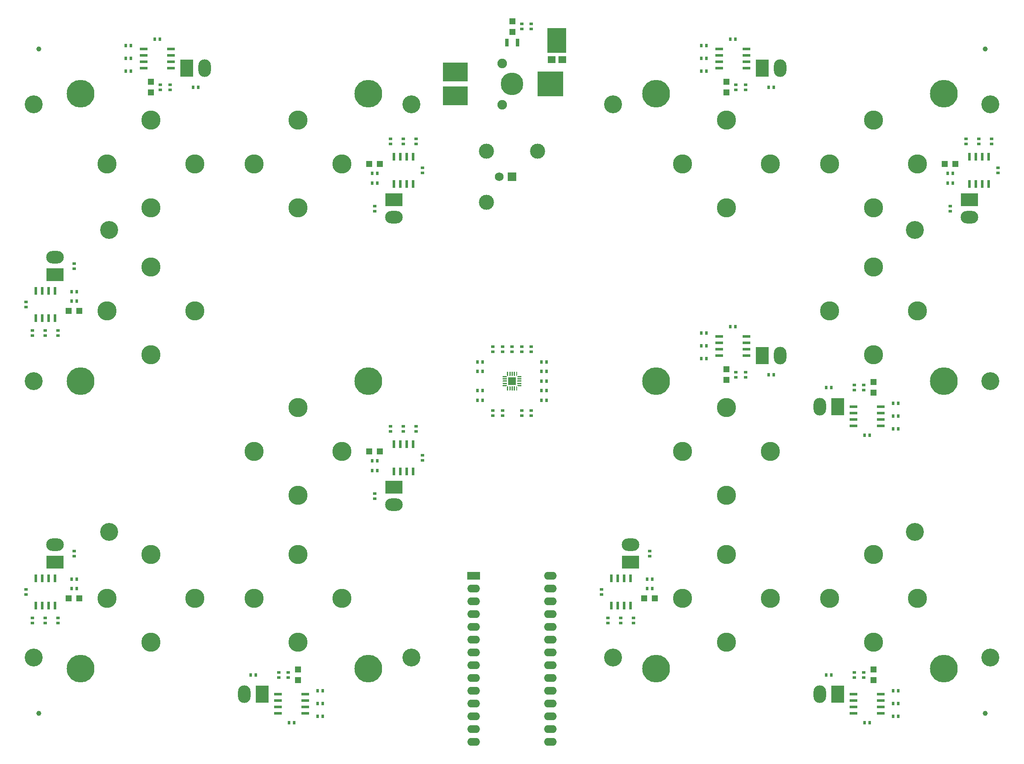
<source format=gts>
%TF.GenerationSoftware,KiCad,Pcbnew,5.1.10-88a1d61d58~88~ubuntu20.10.1*%
%TF.CreationDate,2021-06-17T10:47:31-04:00*%
%TF.ProjectId,lickport_array_module,6c69636b-706f-4727-945f-61727261795f,1.0*%
%TF.SameCoordinates,Original*%
%TF.FileFunction,Soldermask,Top*%
%TF.FilePolarity,Negative*%
%FSLAX46Y46*%
G04 Gerber Fmt 4.6, Leading zero omitted, Abs format (unit mm)*
G04 Created by KiCad (PCBNEW 5.1.10-88a1d61d58~88~ubuntu20.10.1) date 2021-06-17 10:47:31*
%MOMM*%
%LPD*%
G01*
G04 APERTURE LIST*
%ADD10R,5.000000X3.750000*%
%ADD11R,5.200000X5.000000*%
%ADD12C,1.900000*%
%ADD13C,4.500000*%
%ADD14C,3.810000*%
%ADD15O,2.540000X1.524000*%
%ADD16R,2.540000X1.524000*%
%ADD17C,3.000000*%
%ADD18C,1.750000*%
%ADD19R,1.750000X1.750000*%
%ADD20O,3.500000X2.500000*%
%ADD21R,3.500000X2.500000*%
%ADD22O,2.500000X3.500000*%
%ADD23R,2.500000X3.500000*%
%ADD24R,0.787400X1.600200*%
%ADD25R,0.600000X0.700000*%
%ADD26R,0.700000X0.600000*%
%ADD27R,3.800000X4.960000*%
%ADD28R,1.600000X1.440000*%
%ADD29C,1.000000*%
%ADD30R,1.193800X1.193800*%
%ADD31C,3.556000*%
%ADD32C,5.511800*%
%ADD33C,0.100000*%
%ADD34R,1.600000X1.600000*%
%ADD35R,0.599440X1.549400*%
%ADD36R,1.549400X0.599440*%
G04 APERTURE END LIST*
D10*
%TO.C,P1*%
X128400000Y-32220000D03*
X128400000Y-27470000D03*
D11*
X147300000Y-29845000D03*
D12*
X137700000Y-33945000D03*
X137700000Y-25745000D03*
D13*
X139700000Y-29845000D03*
%TD*%
D14*
%TO.C,S1*%
X67945000Y-83658809D03*
X59216191Y-74930000D03*
X67945000Y-66201191D03*
X76673809Y-74930000D03*
%TD*%
%TO.C,S2*%
X59216191Y-45720000D03*
X67945000Y-36991191D03*
X76673809Y-45720000D03*
X67945000Y-54448809D03*
%TD*%
%TO.C,S3*%
X97155000Y-36991191D03*
X105883809Y-45720000D03*
X97155000Y-54448809D03*
X88426191Y-45720000D03*
%TD*%
%TO.C,S4*%
X173516191Y-45720000D03*
X182245000Y-36991191D03*
X190973809Y-45720000D03*
X182245000Y-54448809D03*
%TD*%
%TO.C,S5*%
X211455000Y-36991191D03*
X220183809Y-45720000D03*
X211455000Y-54448809D03*
X202726191Y-45720000D03*
%TD*%
%TO.C,S6*%
X220183809Y-74930000D03*
X211455000Y-83658809D03*
X202726191Y-74930000D03*
X211455000Y-66201191D03*
%TD*%
%TO.C,S7*%
X220183809Y-132080000D03*
X211455000Y-140808809D03*
X202726191Y-132080000D03*
X211455000Y-123351191D03*
%TD*%
%TO.C,S8*%
X173516191Y-102870000D03*
X182245000Y-94141191D03*
X190973809Y-102870000D03*
X182245000Y-111598809D03*
%TD*%
%TO.C,S9*%
X182245000Y-140808809D03*
X173516191Y-132080000D03*
X182245000Y-123351191D03*
X190973809Y-132080000D03*
%TD*%
%TO.C,S10*%
X105883809Y-132080000D03*
X97155000Y-140808809D03*
X88426191Y-132080000D03*
X97155000Y-123351191D03*
%TD*%
%TO.C,S11*%
X67945000Y-140808809D03*
X59216191Y-132080000D03*
X67945000Y-123351191D03*
X76673809Y-132080000D03*
%TD*%
%TO.C,S12*%
X97155000Y-94141191D03*
X105883809Y-102870000D03*
X97155000Y-111598809D03*
X88426191Y-102870000D03*
%TD*%
D15*
%TO.C,TEENSY1*%
X147320000Y-127635000D03*
X147320000Y-130175000D03*
X147320000Y-132715000D03*
X147320000Y-135255000D03*
X147320000Y-137795000D03*
X147320000Y-140335000D03*
X147320000Y-142875000D03*
X147320000Y-145415000D03*
X147320000Y-147955000D03*
X147320000Y-150495000D03*
X147320000Y-153035000D03*
X147320000Y-155575000D03*
X147320000Y-158115000D03*
X147320000Y-160655000D03*
X132080000Y-160655000D03*
X132080000Y-158115000D03*
X132080000Y-155575000D03*
X132080000Y-153035000D03*
X132080000Y-150495000D03*
X132080000Y-147955000D03*
X132080000Y-145415000D03*
X132080000Y-142875000D03*
X132080000Y-140335000D03*
X132080000Y-137795000D03*
X132080000Y-135255000D03*
X132080000Y-132715000D03*
X132080000Y-130175000D03*
D16*
X132080000Y-127635000D03*
%TD*%
D17*
%TO.C,P2*%
X134620000Y-53340000D03*
D18*
X137160000Y-48260000D03*
D19*
X139700000Y-48260000D03*
D17*
X144780000Y-43180000D03*
X134620000Y-43180000D03*
%TD*%
D20*
%TO.C,T1*%
X48895000Y-64290000D03*
D21*
X48895000Y-67790000D03*
%TD*%
D22*
%TO.C,T2*%
X78585000Y-26670000D03*
D23*
X75085000Y-26670000D03*
%TD*%
D20*
%TO.C,T3*%
X116205000Y-56360000D03*
D21*
X116205000Y-52860000D03*
%TD*%
D22*
%TO.C,T4*%
X192885000Y-26670000D03*
D23*
X189385000Y-26670000D03*
%TD*%
D20*
%TO.C,T5*%
X230505000Y-56360000D03*
D21*
X230505000Y-52860000D03*
%TD*%
D22*
%TO.C,T6*%
X200815000Y-93980000D03*
D23*
X204315000Y-93980000D03*
%TD*%
D22*
%TO.C,T7*%
X200815000Y-151130000D03*
D23*
X204315000Y-151130000D03*
%TD*%
D22*
%TO.C,T8*%
X192885000Y-83820000D03*
D23*
X189385000Y-83820000D03*
%TD*%
D20*
%TO.C,T9*%
X163195000Y-121440000D03*
D21*
X163195000Y-124940000D03*
%TD*%
D22*
%TO.C,T10*%
X86515000Y-151130000D03*
D23*
X90015000Y-151130000D03*
%TD*%
D20*
%TO.C,T11*%
X48895000Y-121440000D03*
D21*
X48895000Y-124940000D03*
%TD*%
D20*
%TO.C,T12*%
X116205000Y-113510000D03*
D21*
X116205000Y-110010000D03*
%TD*%
D24*
%TO.C,C1*%
X140741400Y-21590000D03*
X138658600Y-21590000D03*
%TD*%
D25*
%TO.C,C2*%
X133850000Y-90805000D03*
X132850000Y-90805000D03*
%TD*%
%TO.C,C3*%
X133850000Y-92710000D03*
X132850000Y-92710000D03*
%TD*%
D26*
%TO.C,C4*%
X43180000Y-74160000D03*
X43180000Y-73160000D03*
%TD*%
%TO.C,C5*%
X46990000Y-79875000D03*
X46990000Y-78875000D03*
%TD*%
D25*
%TO.C,C6*%
X69715000Y-20955000D03*
X68715000Y-20955000D03*
%TD*%
%TO.C,C7*%
X63000000Y-24765000D03*
X64000000Y-24765000D03*
%TD*%
D26*
%TO.C,C8*%
X121920000Y-47490000D03*
X121920000Y-46490000D03*
%TD*%
%TO.C,C9*%
X118110000Y-40775000D03*
X118110000Y-41775000D03*
%TD*%
D25*
%TO.C,C10*%
X183015000Y-20955000D03*
X184015000Y-20955000D03*
%TD*%
%TO.C,C11*%
X178300000Y-24765000D03*
X177300000Y-24765000D03*
%TD*%
D26*
%TO.C,C12*%
X236220000Y-46490000D03*
X236220000Y-47490000D03*
%TD*%
%TO.C,C13*%
X232410000Y-41775000D03*
X232410000Y-40775000D03*
%TD*%
D25*
%TO.C,C14*%
X209685000Y-99695000D03*
X210685000Y-99695000D03*
%TD*%
%TO.C,C15*%
X216400000Y-95885000D03*
X215400000Y-95885000D03*
%TD*%
%TO.C,C16*%
X210685000Y-156845000D03*
X209685000Y-156845000D03*
%TD*%
%TO.C,C17*%
X215400000Y-153035000D03*
X216400000Y-153035000D03*
%TD*%
%TO.C,C18*%
X184015000Y-78105000D03*
X183015000Y-78105000D03*
%TD*%
%TO.C,C19*%
X178300000Y-81915000D03*
X177300000Y-81915000D03*
%TD*%
D26*
%TO.C,C20*%
X157480000Y-131310000D03*
X157480000Y-130310000D03*
%TD*%
%TO.C,C21*%
X161290000Y-136025000D03*
X161290000Y-137025000D03*
%TD*%
D25*
%TO.C,C22*%
X95385000Y-156845000D03*
X96385000Y-156845000D03*
%TD*%
%TO.C,C23*%
X101100000Y-153035000D03*
X102100000Y-153035000D03*
%TD*%
D26*
%TO.C,C24*%
X43180000Y-131310000D03*
X43180000Y-130310000D03*
%TD*%
%TO.C,C25*%
X46990000Y-136025000D03*
X46990000Y-137025000D03*
%TD*%
%TO.C,C26*%
X121920000Y-104640000D03*
X121920000Y-103640000D03*
%TD*%
%TO.C,C27*%
X118110000Y-98925000D03*
X118110000Y-97925000D03*
%TD*%
D27*
%TO.C,D1*%
X148590000Y-21205000D03*
D28*
X149655000Y-25005000D03*
X147525000Y-25005000D03*
%TD*%
D26*
%TO.C,D2*%
X143510000Y-17915000D03*
X143510000Y-18915000D03*
%TD*%
%TO.C,D3*%
X52705000Y-65540000D03*
X52705000Y-66540000D03*
%TD*%
D25*
%TO.C,D4*%
X52205000Y-71120000D03*
X53205000Y-71120000D03*
%TD*%
%TO.C,D5*%
X76335000Y-30480000D03*
X77335000Y-30480000D03*
%TD*%
D26*
%TO.C,D6*%
X71755000Y-30980000D03*
X71755000Y-29980000D03*
%TD*%
%TO.C,D7*%
X112395000Y-55110000D03*
X112395000Y-54110000D03*
%TD*%
D25*
%TO.C,D8*%
X111895000Y-49530000D03*
X112895000Y-49530000D03*
%TD*%
%TO.C,D9*%
X191635000Y-30480000D03*
X190635000Y-30480000D03*
%TD*%
D26*
%TO.C,D10*%
X186055000Y-29980000D03*
X186055000Y-30980000D03*
%TD*%
%TO.C,D11*%
X226695000Y-55110000D03*
X226695000Y-54110000D03*
%TD*%
D25*
%TO.C,D12*%
X226195000Y-49530000D03*
X227195000Y-49530000D03*
%TD*%
%TO.C,D13*%
X203065000Y-90170000D03*
X202065000Y-90170000D03*
%TD*%
D26*
%TO.C,D14*%
X207645000Y-90670000D03*
X207645000Y-89670000D03*
%TD*%
D25*
%TO.C,D15*%
X202065000Y-147320000D03*
X203065000Y-147320000D03*
%TD*%
D26*
%TO.C,D16*%
X207645000Y-146820000D03*
X207645000Y-147820000D03*
%TD*%
D25*
%TO.C,D17*%
X190635000Y-87630000D03*
X191635000Y-87630000D03*
%TD*%
D26*
%TO.C,D18*%
X186055000Y-87130000D03*
X186055000Y-88130000D03*
%TD*%
%TO.C,D19*%
X167005000Y-123690000D03*
X167005000Y-122690000D03*
%TD*%
D25*
%TO.C,D20*%
X166505000Y-128270000D03*
X167505000Y-128270000D03*
%TD*%
%TO.C,D21*%
X88765000Y-147320000D03*
X87765000Y-147320000D03*
%TD*%
D26*
%TO.C,D22*%
X93345000Y-146820000D03*
X93345000Y-147820000D03*
%TD*%
%TO.C,D23*%
X52705000Y-122690000D03*
X52705000Y-123690000D03*
%TD*%
D25*
%TO.C,D24*%
X53205000Y-128270000D03*
X52205000Y-128270000D03*
%TD*%
D26*
%TO.C,D25*%
X112395000Y-112260000D03*
X112395000Y-111260000D03*
%TD*%
D25*
%TO.C,D26*%
X111895000Y-106680000D03*
X112895000Y-106680000D03*
%TD*%
D29*
%TO.C,FID1*%
X45720000Y-22860000D03*
%TD*%
%TO.C,FID2*%
X233680000Y-22860000D03*
%TD*%
%TO.C,FID3*%
X233680000Y-154940000D03*
%TD*%
%TO.C,FID4*%
X45720000Y-154940000D03*
%TD*%
D30*
%TO.C,L1*%
X139779000Y-19469100D03*
X139779000Y-17360900D03*
%TD*%
%TO.C,L2*%
X51650900Y-74930000D03*
X53759100Y-74930000D03*
%TD*%
%TO.C,L3*%
X67945000Y-29425900D03*
X67945000Y-31534100D03*
%TD*%
%TO.C,L4*%
X111340900Y-45720000D03*
X113449100Y-45720000D03*
%TD*%
%TO.C,L5*%
X182245000Y-29425900D03*
X182245000Y-31534100D03*
%TD*%
%TO.C,L6*%
X225640900Y-45720000D03*
X227749100Y-45720000D03*
%TD*%
%TO.C,L7*%
X211455000Y-89115900D03*
X211455000Y-91224100D03*
%TD*%
%TO.C,L8*%
X211455000Y-146265900D03*
X211455000Y-148374100D03*
%TD*%
%TO.C,L9*%
X182245000Y-86575900D03*
X182245000Y-88684100D03*
%TD*%
%TO.C,L10*%
X168059100Y-132080000D03*
X165950900Y-132080000D03*
%TD*%
%TO.C,L11*%
X97155000Y-146265900D03*
X97155000Y-148374100D03*
%TD*%
%TO.C,L12*%
X51650900Y-132080000D03*
X53759100Y-132080000D03*
%TD*%
%TO.C,L13*%
X113449100Y-102870000D03*
X111340900Y-102870000D03*
%TD*%
D31*
%TO.C,MH1*%
X44700000Y-33900000D03*
%TD*%
%TO.C,MH2*%
X119700000Y-33900000D03*
%TD*%
%TO.C,MH3*%
X159700000Y-33900000D03*
%TD*%
%TO.C,MH4*%
X234700000Y-33900000D03*
%TD*%
%TO.C,MH5*%
X219700000Y-58900000D03*
%TD*%
%TO.C,MH6*%
X234700000Y-88900000D03*
%TD*%
%TO.C,MH7*%
X219700000Y-118900000D03*
%TD*%
%TO.C,MH8*%
X234700000Y-143900000D03*
%TD*%
%TO.C,MH9*%
X159700000Y-143900000D03*
%TD*%
%TO.C,MH10*%
X119700000Y-143900000D03*
%TD*%
%TO.C,MH11*%
X44700000Y-143900000D03*
%TD*%
%TO.C,MH12*%
X59700000Y-118900000D03*
%TD*%
%TO.C,MH13*%
X44700000Y-88900000D03*
%TD*%
%TO.C,MH14*%
X59700000Y-58900000D03*
%TD*%
D32*
%TO.C,P3*%
X53975000Y-88900000D03*
%TD*%
%TO.C,P4*%
X53975000Y-31750000D03*
%TD*%
%TO.C,P5*%
X111125000Y-31750000D03*
%TD*%
%TO.C,P6*%
X168275000Y-31750000D03*
%TD*%
%TO.C,P7*%
X225425000Y-31750000D03*
%TD*%
%TO.C,P8*%
X225425000Y-88900000D03*
%TD*%
%TO.C,P9*%
X225425000Y-146050000D03*
%TD*%
%TO.C,P10*%
X168275000Y-88900000D03*
%TD*%
%TO.C,P11*%
X168275000Y-146050000D03*
%TD*%
%TO.C,P12*%
X111125000Y-146050000D03*
%TD*%
%TO.C,P13*%
X53975000Y-146050000D03*
%TD*%
%TO.C,P14*%
X111125000Y-88900000D03*
%TD*%
D26*
%TO.C,R1*%
X141605000Y-18915000D03*
X141605000Y-17915000D03*
%TD*%
%TO.C,R2*%
X135890000Y-95750000D03*
X135890000Y-94750000D03*
%TD*%
%TO.C,R3*%
X141605000Y-94750000D03*
X141605000Y-95750000D03*
%TD*%
%TO.C,R4*%
X143510000Y-95750000D03*
X143510000Y-94750000D03*
%TD*%
%TO.C,R5*%
X137795000Y-95750000D03*
X137795000Y-94750000D03*
%TD*%
%TO.C,R6*%
X44450000Y-79875000D03*
X44450000Y-78875000D03*
%TD*%
%TO.C,R7*%
X49530000Y-79875000D03*
X49530000Y-78875000D03*
%TD*%
D25*
%TO.C,R8*%
X52205000Y-73025000D03*
X53205000Y-73025000D03*
%TD*%
%TO.C,R9*%
X133850000Y-86995000D03*
X132850000Y-86995000D03*
%TD*%
%TO.C,R10*%
X64000000Y-22225000D03*
X63000000Y-22225000D03*
%TD*%
%TO.C,R11*%
X64000000Y-27305000D03*
X63000000Y-27305000D03*
%TD*%
D26*
%TO.C,R12*%
X69850000Y-30980000D03*
X69850000Y-29980000D03*
%TD*%
D25*
%TO.C,R13*%
X132850000Y-85090000D03*
X133850000Y-85090000D03*
%TD*%
D26*
%TO.C,R14*%
X120650000Y-41775000D03*
X120650000Y-40775000D03*
%TD*%
%TO.C,R15*%
X115570000Y-41775000D03*
X115570000Y-40775000D03*
%TD*%
D25*
%TO.C,R16*%
X111895000Y-47625000D03*
X112895000Y-47625000D03*
%TD*%
D26*
%TO.C,R17*%
X135890000Y-82050000D03*
X135890000Y-83050000D03*
%TD*%
D25*
%TO.C,R18*%
X177300000Y-22225000D03*
X178300000Y-22225000D03*
%TD*%
%TO.C,R19*%
X177300000Y-27305000D03*
X178300000Y-27305000D03*
%TD*%
D26*
%TO.C,R20*%
X184150000Y-29980000D03*
X184150000Y-30980000D03*
%TD*%
%TO.C,R21*%
X137795000Y-82050000D03*
X137795000Y-83050000D03*
%TD*%
%TO.C,R22*%
X234950000Y-40775000D03*
X234950000Y-41775000D03*
%TD*%
%TO.C,R23*%
X229870000Y-40775000D03*
X229870000Y-41775000D03*
%TD*%
D25*
%TO.C,R24*%
X227195000Y-47625000D03*
X226195000Y-47625000D03*
%TD*%
D26*
%TO.C,R25*%
X139700000Y-82050000D03*
X139700000Y-83050000D03*
%TD*%
D25*
%TO.C,R26*%
X216400000Y-98425000D03*
X215400000Y-98425000D03*
%TD*%
%TO.C,R27*%
X216400000Y-93345000D03*
X215400000Y-93345000D03*
%TD*%
D26*
%TO.C,R28*%
X209550000Y-90670000D03*
X209550000Y-89670000D03*
%TD*%
%TO.C,R29*%
X141605000Y-82050000D03*
X141605000Y-83050000D03*
%TD*%
D25*
%TO.C,R30*%
X216400000Y-155575000D03*
X215400000Y-155575000D03*
%TD*%
%TO.C,R31*%
X216400000Y-150495000D03*
X215400000Y-150495000D03*
%TD*%
D26*
%TO.C,R32*%
X209550000Y-147820000D03*
X209550000Y-146820000D03*
%TD*%
%TO.C,R33*%
X143510000Y-82050000D03*
X143510000Y-83050000D03*
%TD*%
D25*
%TO.C,R34*%
X177300000Y-79375000D03*
X178300000Y-79375000D03*
%TD*%
%TO.C,R35*%
X177300000Y-84455000D03*
X178300000Y-84455000D03*
%TD*%
D26*
%TO.C,R36*%
X184150000Y-88130000D03*
X184150000Y-87130000D03*
%TD*%
D25*
%TO.C,R37*%
X145550000Y-85090000D03*
X146550000Y-85090000D03*
%TD*%
D26*
%TO.C,R38*%
X158750000Y-137025000D03*
X158750000Y-136025000D03*
%TD*%
%TO.C,R39*%
X163830000Y-137025000D03*
X163830000Y-136025000D03*
%TD*%
D25*
%TO.C,R40*%
X167505000Y-130175000D03*
X166505000Y-130175000D03*
%TD*%
%TO.C,R41*%
X145550000Y-86995000D03*
X146550000Y-86995000D03*
%TD*%
%TO.C,R42*%
X102100000Y-155575000D03*
X101100000Y-155575000D03*
%TD*%
%TO.C,R43*%
X101100000Y-150495000D03*
X102100000Y-150495000D03*
%TD*%
D26*
%TO.C,R44*%
X95250000Y-147820000D03*
X95250000Y-146820000D03*
%TD*%
D25*
%TO.C,R45*%
X146550000Y-88900000D03*
X145550000Y-88900000D03*
%TD*%
D26*
%TO.C,R46*%
X44450000Y-136025000D03*
X44450000Y-137025000D03*
%TD*%
%TO.C,R47*%
X49530000Y-136025000D03*
X49530000Y-137025000D03*
%TD*%
D25*
%TO.C,R48*%
X53205000Y-130175000D03*
X52205000Y-130175000D03*
%TD*%
%TO.C,R49*%
X146550000Y-90805000D03*
X145550000Y-90805000D03*
%TD*%
D26*
%TO.C,R50*%
X120650000Y-97925000D03*
X120650000Y-98925000D03*
%TD*%
%TO.C,R51*%
X115570000Y-98925000D03*
X115570000Y-97925000D03*
%TD*%
D25*
%TO.C,R52*%
X111895000Y-104775000D03*
X112895000Y-104775000D03*
%TD*%
%TO.C,R53*%
X146550000Y-92710000D03*
X145550000Y-92710000D03*
%TD*%
D33*
%TO.C,U1*%
G36*
X140724039Y-87714044D02*
G01*
X140721194Y-87723423D01*
X140716573Y-87732068D01*
X140710355Y-87739644D01*
X140589644Y-87860355D01*
X140582068Y-87866573D01*
X140573423Y-87871194D01*
X140564044Y-87874039D01*
X140554289Y-87875000D01*
X140525000Y-87875000D01*
X140515245Y-87874039D01*
X140505866Y-87871194D01*
X140497221Y-87866573D01*
X140489645Y-87860355D01*
X140483427Y-87852779D01*
X140478806Y-87844134D01*
X140475961Y-87834755D01*
X140475000Y-87825000D01*
X140475000Y-87075000D01*
X140475961Y-87065245D01*
X140478806Y-87055866D01*
X140483427Y-87047221D01*
X140489645Y-87039645D01*
X140497221Y-87033427D01*
X140505866Y-87028806D01*
X140515245Y-87025961D01*
X140525000Y-87025000D01*
X140675000Y-87025000D01*
X140684755Y-87025961D01*
X140694134Y-87028806D01*
X140702779Y-87033427D01*
X140710355Y-87039645D01*
X140716573Y-87047221D01*
X140721194Y-87055866D01*
X140724039Y-87065245D01*
X140725000Y-87075000D01*
X140725000Y-87704289D01*
X140724039Y-87714044D01*
G37*
G36*
G01*
X140087500Y-87025000D02*
X140212500Y-87025000D01*
G75*
G02*
X140275000Y-87087500I0J-62500D01*
G01*
X140275000Y-87812500D01*
G75*
G02*
X140212500Y-87875000I-62500J0D01*
G01*
X140087500Y-87875000D01*
G75*
G02*
X140025000Y-87812500I0J62500D01*
G01*
X140025000Y-87087500D01*
G75*
G02*
X140087500Y-87025000I62500J0D01*
G01*
G37*
G36*
G01*
X139637500Y-87025000D02*
X139762500Y-87025000D01*
G75*
G02*
X139825000Y-87087500I0J-62500D01*
G01*
X139825000Y-87812500D01*
G75*
G02*
X139762500Y-87875000I-62500J0D01*
G01*
X139637500Y-87875000D01*
G75*
G02*
X139575000Y-87812500I0J62500D01*
G01*
X139575000Y-87087500D01*
G75*
G02*
X139637500Y-87025000I62500J0D01*
G01*
G37*
G36*
G01*
X139187500Y-87025000D02*
X139312500Y-87025000D01*
G75*
G02*
X139375000Y-87087500I0J-62500D01*
G01*
X139375000Y-87812500D01*
G75*
G02*
X139312500Y-87875000I-62500J0D01*
G01*
X139187500Y-87875000D01*
G75*
G02*
X139125000Y-87812500I0J62500D01*
G01*
X139125000Y-87087500D01*
G75*
G02*
X139187500Y-87025000I62500J0D01*
G01*
G37*
G36*
X138924039Y-87834755D02*
G01*
X138921194Y-87844134D01*
X138916573Y-87852779D01*
X138910355Y-87860355D01*
X138902779Y-87866573D01*
X138894134Y-87871194D01*
X138884755Y-87874039D01*
X138875000Y-87875000D01*
X138845711Y-87875000D01*
X138835956Y-87874039D01*
X138826577Y-87871194D01*
X138817932Y-87866573D01*
X138810356Y-87860355D01*
X138689645Y-87739644D01*
X138683427Y-87732068D01*
X138678806Y-87723423D01*
X138675961Y-87714044D01*
X138675000Y-87704289D01*
X138675000Y-87075000D01*
X138675961Y-87065245D01*
X138678806Y-87055866D01*
X138683427Y-87047221D01*
X138689645Y-87039645D01*
X138697221Y-87033427D01*
X138705866Y-87028806D01*
X138715245Y-87025961D01*
X138725000Y-87025000D01*
X138875000Y-87025000D01*
X138884755Y-87025961D01*
X138894134Y-87028806D01*
X138902779Y-87033427D01*
X138910355Y-87039645D01*
X138916573Y-87047221D01*
X138921194Y-87055866D01*
X138924039Y-87065245D01*
X138925000Y-87075000D01*
X138925000Y-87825000D01*
X138924039Y-87834755D01*
G37*
G36*
X138674039Y-88084755D02*
G01*
X138671194Y-88094134D01*
X138666573Y-88102779D01*
X138660355Y-88110355D01*
X138652779Y-88116573D01*
X138644134Y-88121194D01*
X138634755Y-88124039D01*
X138625000Y-88125000D01*
X137875000Y-88125000D01*
X137865245Y-88124039D01*
X137855866Y-88121194D01*
X137847221Y-88116573D01*
X137839645Y-88110355D01*
X137833427Y-88102779D01*
X137828806Y-88094134D01*
X137825961Y-88084755D01*
X137825000Y-88075000D01*
X137825000Y-87925000D01*
X137825961Y-87915245D01*
X137828806Y-87905866D01*
X137833427Y-87897221D01*
X137839645Y-87889645D01*
X137847221Y-87883427D01*
X137855866Y-87878806D01*
X137865245Y-87875961D01*
X137875000Y-87875000D01*
X138504289Y-87875000D01*
X138514044Y-87875961D01*
X138523423Y-87878806D01*
X138532068Y-87883427D01*
X138539644Y-87889645D01*
X138660355Y-88010356D01*
X138666573Y-88017932D01*
X138671194Y-88026577D01*
X138674039Y-88035956D01*
X138675000Y-88045711D01*
X138675000Y-88075000D01*
X138674039Y-88084755D01*
G37*
G36*
G01*
X137887500Y-88325000D02*
X138612500Y-88325000D01*
G75*
G02*
X138675000Y-88387500I0J-62500D01*
G01*
X138675000Y-88512500D01*
G75*
G02*
X138612500Y-88575000I-62500J0D01*
G01*
X137887500Y-88575000D01*
G75*
G02*
X137825000Y-88512500I0J62500D01*
G01*
X137825000Y-88387500D01*
G75*
G02*
X137887500Y-88325000I62500J0D01*
G01*
G37*
G36*
G01*
X137887500Y-88775000D02*
X138612500Y-88775000D01*
G75*
G02*
X138675000Y-88837500I0J-62500D01*
G01*
X138675000Y-88962500D01*
G75*
G02*
X138612500Y-89025000I-62500J0D01*
G01*
X137887500Y-89025000D01*
G75*
G02*
X137825000Y-88962500I0J62500D01*
G01*
X137825000Y-88837500D01*
G75*
G02*
X137887500Y-88775000I62500J0D01*
G01*
G37*
G36*
G01*
X137887500Y-89225000D02*
X138612500Y-89225000D01*
G75*
G02*
X138675000Y-89287500I0J-62500D01*
G01*
X138675000Y-89412500D01*
G75*
G02*
X138612500Y-89475000I-62500J0D01*
G01*
X137887500Y-89475000D01*
G75*
G02*
X137825000Y-89412500I0J62500D01*
G01*
X137825000Y-89287500D01*
G75*
G02*
X137887500Y-89225000I62500J0D01*
G01*
G37*
G36*
X138674039Y-89764044D02*
G01*
X138671194Y-89773423D01*
X138666573Y-89782068D01*
X138660355Y-89789644D01*
X138539644Y-89910355D01*
X138532068Y-89916573D01*
X138523423Y-89921194D01*
X138514044Y-89924039D01*
X138504289Y-89925000D01*
X137875000Y-89925000D01*
X137865245Y-89924039D01*
X137855866Y-89921194D01*
X137847221Y-89916573D01*
X137839645Y-89910355D01*
X137833427Y-89902779D01*
X137828806Y-89894134D01*
X137825961Y-89884755D01*
X137825000Y-89875000D01*
X137825000Y-89725000D01*
X137825961Y-89715245D01*
X137828806Y-89705866D01*
X137833427Y-89697221D01*
X137839645Y-89689645D01*
X137847221Y-89683427D01*
X137855866Y-89678806D01*
X137865245Y-89675961D01*
X137875000Y-89675000D01*
X138625000Y-89675000D01*
X138634755Y-89675961D01*
X138644134Y-89678806D01*
X138652779Y-89683427D01*
X138660355Y-89689645D01*
X138666573Y-89697221D01*
X138671194Y-89705866D01*
X138674039Y-89715245D01*
X138675000Y-89725000D01*
X138675000Y-89754289D01*
X138674039Y-89764044D01*
G37*
G36*
X138924039Y-90734755D02*
G01*
X138921194Y-90744134D01*
X138916573Y-90752779D01*
X138910355Y-90760355D01*
X138902779Y-90766573D01*
X138894134Y-90771194D01*
X138884755Y-90774039D01*
X138875000Y-90775000D01*
X138725000Y-90775000D01*
X138715245Y-90774039D01*
X138705866Y-90771194D01*
X138697221Y-90766573D01*
X138689645Y-90760355D01*
X138683427Y-90752779D01*
X138678806Y-90744134D01*
X138675961Y-90734755D01*
X138675000Y-90725000D01*
X138675000Y-90095711D01*
X138675961Y-90085956D01*
X138678806Y-90076577D01*
X138683427Y-90067932D01*
X138689645Y-90060356D01*
X138810356Y-89939645D01*
X138817932Y-89933427D01*
X138826577Y-89928806D01*
X138835956Y-89925961D01*
X138845711Y-89925000D01*
X138875000Y-89925000D01*
X138884755Y-89925961D01*
X138894134Y-89928806D01*
X138902779Y-89933427D01*
X138910355Y-89939645D01*
X138916573Y-89947221D01*
X138921194Y-89955866D01*
X138924039Y-89965245D01*
X138925000Y-89975000D01*
X138925000Y-90725000D01*
X138924039Y-90734755D01*
G37*
G36*
G01*
X139187500Y-89925000D02*
X139312500Y-89925000D01*
G75*
G02*
X139375000Y-89987500I0J-62500D01*
G01*
X139375000Y-90712500D01*
G75*
G02*
X139312500Y-90775000I-62500J0D01*
G01*
X139187500Y-90775000D01*
G75*
G02*
X139125000Y-90712500I0J62500D01*
G01*
X139125000Y-89987500D01*
G75*
G02*
X139187500Y-89925000I62500J0D01*
G01*
G37*
G36*
G01*
X139637500Y-89925000D02*
X139762500Y-89925000D01*
G75*
G02*
X139825000Y-89987500I0J-62500D01*
G01*
X139825000Y-90712500D01*
G75*
G02*
X139762500Y-90775000I-62500J0D01*
G01*
X139637500Y-90775000D01*
G75*
G02*
X139575000Y-90712500I0J62500D01*
G01*
X139575000Y-89987500D01*
G75*
G02*
X139637500Y-89925000I62500J0D01*
G01*
G37*
G36*
G01*
X140087500Y-89925000D02*
X140212500Y-89925000D01*
G75*
G02*
X140275000Y-89987500I0J-62500D01*
G01*
X140275000Y-90712500D01*
G75*
G02*
X140212500Y-90775000I-62500J0D01*
G01*
X140087500Y-90775000D01*
G75*
G02*
X140025000Y-90712500I0J62500D01*
G01*
X140025000Y-89987500D01*
G75*
G02*
X140087500Y-89925000I62500J0D01*
G01*
G37*
G36*
X140724039Y-90734755D02*
G01*
X140721194Y-90744134D01*
X140716573Y-90752779D01*
X140710355Y-90760355D01*
X140702779Y-90766573D01*
X140694134Y-90771194D01*
X140684755Y-90774039D01*
X140675000Y-90775000D01*
X140525000Y-90775000D01*
X140515245Y-90774039D01*
X140505866Y-90771194D01*
X140497221Y-90766573D01*
X140489645Y-90760355D01*
X140483427Y-90752779D01*
X140478806Y-90744134D01*
X140475961Y-90734755D01*
X140475000Y-90725000D01*
X140475000Y-89975000D01*
X140475961Y-89965245D01*
X140478806Y-89955866D01*
X140483427Y-89947221D01*
X140489645Y-89939645D01*
X140497221Y-89933427D01*
X140505866Y-89928806D01*
X140515245Y-89925961D01*
X140525000Y-89925000D01*
X140554289Y-89925000D01*
X140564044Y-89925961D01*
X140573423Y-89928806D01*
X140582068Y-89933427D01*
X140589644Y-89939645D01*
X140710355Y-90060356D01*
X140716573Y-90067932D01*
X140721194Y-90076577D01*
X140724039Y-90085956D01*
X140725000Y-90095711D01*
X140725000Y-90725000D01*
X140724039Y-90734755D01*
G37*
G36*
X141574039Y-89884755D02*
G01*
X141571194Y-89894134D01*
X141566573Y-89902779D01*
X141560355Y-89910355D01*
X141552779Y-89916573D01*
X141544134Y-89921194D01*
X141534755Y-89924039D01*
X141525000Y-89925000D01*
X140895711Y-89925000D01*
X140885956Y-89924039D01*
X140876577Y-89921194D01*
X140867932Y-89916573D01*
X140860356Y-89910355D01*
X140739645Y-89789644D01*
X140733427Y-89782068D01*
X140728806Y-89773423D01*
X140725961Y-89764044D01*
X140725000Y-89754289D01*
X140725000Y-89725000D01*
X140725961Y-89715245D01*
X140728806Y-89705866D01*
X140733427Y-89697221D01*
X140739645Y-89689645D01*
X140747221Y-89683427D01*
X140755866Y-89678806D01*
X140765245Y-89675961D01*
X140775000Y-89675000D01*
X141525000Y-89675000D01*
X141534755Y-89675961D01*
X141544134Y-89678806D01*
X141552779Y-89683427D01*
X141560355Y-89689645D01*
X141566573Y-89697221D01*
X141571194Y-89705866D01*
X141574039Y-89715245D01*
X141575000Y-89725000D01*
X141575000Y-89875000D01*
X141574039Y-89884755D01*
G37*
G36*
G01*
X140787500Y-89225000D02*
X141512500Y-89225000D01*
G75*
G02*
X141575000Y-89287500I0J-62500D01*
G01*
X141575000Y-89412500D01*
G75*
G02*
X141512500Y-89475000I-62500J0D01*
G01*
X140787500Y-89475000D01*
G75*
G02*
X140725000Y-89412500I0J62500D01*
G01*
X140725000Y-89287500D01*
G75*
G02*
X140787500Y-89225000I62500J0D01*
G01*
G37*
G36*
G01*
X140787500Y-88775000D02*
X141512500Y-88775000D01*
G75*
G02*
X141575000Y-88837500I0J-62500D01*
G01*
X141575000Y-88962500D01*
G75*
G02*
X141512500Y-89025000I-62500J0D01*
G01*
X140787500Y-89025000D01*
G75*
G02*
X140725000Y-88962500I0J62500D01*
G01*
X140725000Y-88837500D01*
G75*
G02*
X140787500Y-88775000I62500J0D01*
G01*
G37*
G36*
G01*
X140787500Y-88325000D02*
X141512500Y-88325000D01*
G75*
G02*
X141575000Y-88387500I0J-62500D01*
G01*
X141575000Y-88512500D01*
G75*
G02*
X141512500Y-88575000I-62500J0D01*
G01*
X140787500Y-88575000D01*
G75*
G02*
X140725000Y-88512500I0J62500D01*
G01*
X140725000Y-88387500D01*
G75*
G02*
X140787500Y-88325000I62500J0D01*
G01*
G37*
G36*
X141574039Y-88084755D02*
G01*
X141571194Y-88094134D01*
X141566573Y-88102779D01*
X141560355Y-88110355D01*
X141552779Y-88116573D01*
X141544134Y-88121194D01*
X141534755Y-88124039D01*
X141525000Y-88125000D01*
X140775000Y-88125000D01*
X140765245Y-88124039D01*
X140755866Y-88121194D01*
X140747221Y-88116573D01*
X140739645Y-88110355D01*
X140733427Y-88102779D01*
X140728806Y-88094134D01*
X140725961Y-88084755D01*
X140725000Y-88075000D01*
X140725000Y-88045711D01*
X140725961Y-88035956D01*
X140728806Y-88026577D01*
X140733427Y-88017932D01*
X140739645Y-88010356D01*
X140860356Y-87889645D01*
X140867932Y-87883427D01*
X140876577Y-87878806D01*
X140885956Y-87875961D01*
X140895711Y-87875000D01*
X141525000Y-87875000D01*
X141534755Y-87875961D01*
X141544134Y-87878806D01*
X141552779Y-87883427D01*
X141560355Y-87889645D01*
X141566573Y-87897221D01*
X141571194Y-87905866D01*
X141574039Y-87915245D01*
X141575000Y-87925000D01*
X141575000Y-88075000D01*
X141574039Y-88084755D01*
G37*
D34*
X139700000Y-88900000D03*
%TD*%
D35*
%TO.C,U2*%
X45085000Y-70967600D03*
X46355000Y-70967600D03*
X47625000Y-70967600D03*
X48895000Y-70967600D03*
X48895000Y-76352400D03*
X47625000Y-76352400D03*
X46355000Y-76352400D03*
X45085000Y-76352400D03*
%TD*%
D36*
%TO.C,U3*%
X66522600Y-22860000D03*
X66522600Y-24130000D03*
X66522600Y-25400000D03*
X66522600Y-26670000D03*
X71907400Y-26670000D03*
X71907400Y-25400000D03*
X71907400Y-24130000D03*
X71907400Y-22860000D03*
%TD*%
D35*
%TO.C,U4*%
X120015000Y-44297600D03*
X118745000Y-44297600D03*
X117475000Y-44297600D03*
X116205000Y-44297600D03*
X116205000Y-49682400D03*
X117475000Y-49682400D03*
X118745000Y-49682400D03*
X120015000Y-49682400D03*
%TD*%
D36*
%TO.C,U5*%
X186207400Y-22860000D03*
X186207400Y-24130000D03*
X186207400Y-25400000D03*
X186207400Y-26670000D03*
X180822600Y-26670000D03*
X180822600Y-25400000D03*
X180822600Y-24130000D03*
X180822600Y-22860000D03*
%TD*%
D35*
%TO.C,U6*%
X234315000Y-44297600D03*
X233045000Y-44297600D03*
X231775000Y-44297600D03*
X230505000Y-44297600D03*
X230505000Y-49682400D03*
X231775000Y-49682400D03*
X233045000Y-49682400D03*
X234315000Y-49682400D03*
%TD*%
D36*
%TO.C,U7*%
X212877400Y-97790000D03*
X212877400Y-96520000D03*
X212877400Y-95250000D03*
X212877400Y-93980000D03*
X207492600Y-93980000D03*
X207492600Y-95250000D03*
X207492600Y-96520000D03*
X207492600Y-97790000D03*
%TD*%
%TO.C,U8*%
X207492600Y-154940000D03*
X207492600Y-153670000D03*
X207492600Y-152400000D03*
X207492600Y-151130000D03*
X212877400Y-151130000D03*
X212877400Y-152400000D03*
X212877400Y-153670000D03*
X212877400Y-154940000D03*
%TD*%
%TO.C,U9*%
X186207400Y-80010000D03*
X186207400Y-81280000D03*
X186207400Y-82550000D03*
X186207400Y-83820000D03*
X180822600Y-83820000D03*
X180822600Y-82550000D03*
X180822600Y-81280000D03*
X180822600Y-80010000D03*
%TD*%
D35*
%TO.C,U10*%
X159385000Y-128117600D03*
X160655000Y-128117600D03*
X161925000Y-128117600D03*
X163195000Y-128117600D03*
X163195000Y-133502400D03*
X161925000Y-133502400D03*
X160655000Y-133502400D03*
X159385000Y-133502400D03*
%TD*%
D36*
%TO.C,U11*%
X93192600Y-154940000D03*
X93192600Y-153670000D03*
X93192600Y-152400000D03*
X93192600Y-151130000D03*
X98577400Y-151130000D03*
X98577400Y-152400000D03*
X98577400Y-153670000D03*
X98577400Y-154940000D03*
%TD*%
D35*
%TO.C,U12*%
X45085000Y-133502400D03*
X46355000Y-133502400D03*
X47625000Y-133502400D03*
X48895000Y-133502400D03*
X48895000Y-128117600D03*
X47625000Y-128117600D03*
X46355000Y-128117600D03*
X45085000Y-128117600D03*
%TD*%
%TO.C,U13*%
X120015000Y-101447600D03*
X118745000Y-101447600D03*
X117475000Y-101447600D03*
X116205000Y-101447600D03*
X116205000Y-106832400D03*
X117475000Y-106832400D03*
X118745000Y-106832400D03*
X120015000Y-106832400D03*
%TD*%
M02*

</source>
